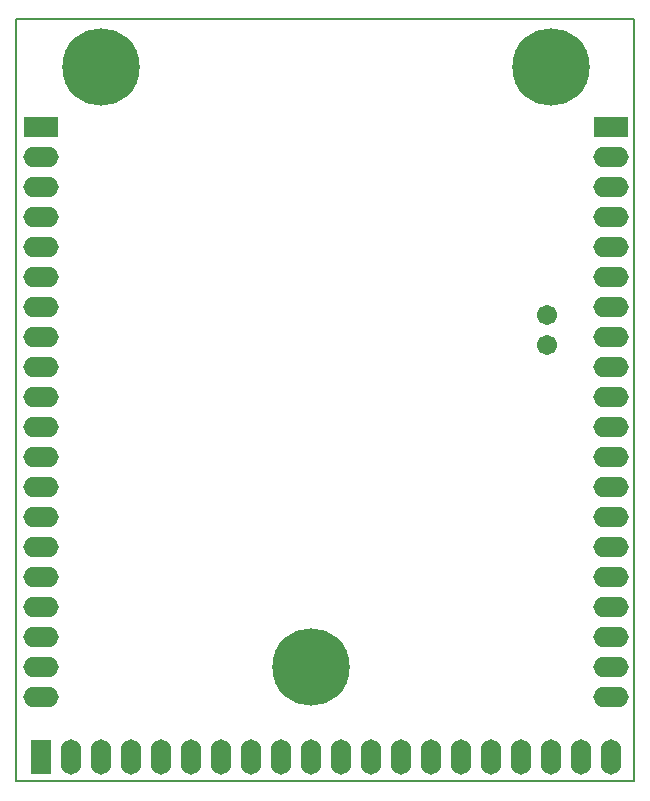
<source format=gbs>
G04*
G04 #@! TF.GenerationSoftware,Altium Limited,Altium Designer,18.0.12 (696)*
G04*
G04 Layer_Color=16711935*
%FSLAX25Y25*%
%MOIN*%
G70*
G01*
G75*
%ADD16C,0.00500*%
%ADD37C,0.06706*%
%ADD38C,0.25800*%
%ADD39R,0.11800X0.06800*%
%ADD40O,0.11800X0.06800*%
%ADD41R,0.06800X0.11800*%
%ADD42O,0.06800X0.11800*%
D16*
X232Y-7D02*
Y253993D01*
X206232D01*
Y-7D02*
Y253993D01*
X232Y-7D02*
X206232D01*
D37*
X177000Y155500D02*
D03*
Y145500D02*
D03*
D38*
X98400Y38200D02*
D03*
X28400Y238200D02*
D03*
X178400D02*
D03*
D39*
X8400Y218200D02*
D03*
X198400D02*
D03*
D40*
X8400Y208200D02*
D03*
Y198200D02*
D03*
Y188200D02*
D03*
Y178200D02*
D03*
Y168200D02*
D03*
Y158200D02*
D03*
Y148200D02*
D03*
Y138200D02*
D03*
Y128200D02*
D03*
Y118200D02*
D03*
Y108200D02*
D03*
Y98200D02*
D03*
Y88200D02*
D03*
Y78200D02*
D03*
Y68200D02*
D03*
Y58200D02*
D03*
Y48200D02*
D03*
Y38200D02*
D03*
Y28200D02*
D03*
X198400Y208200D02*
D03*
Y198200D02*
D03*
Y188200D02*
D03*
Y178200D02*
D03*
Y168200D02*
D03*
Y158200D02*
D03*
Y148200D02*
D03*
Y138200D02*
D03*
Y128200D02*
D03*
Y118200D02*
D03*
Y108200D02*
D03*
Y98200D02*
D03*
Y88200D02*
D03*
Y78200D02*
D03*
Y68200D02*
D03*
Y58200D02*
D03*
Y48200D02*
D03*
Y38200D02*
D03*
Y28200D02*
D03*
D41*
X8400Y8200D02*
D03*
D42*
X18400D02*
D03*
X28400D02*
D03*
X38400D02*
D03*
X48400D02*
D03*
X58400D02*
D03*
X68400D02*
D03*
X78400D02*
D03*
X88400D02*
D03*
X98400D02*
D03*
X108400D02*
D03*
X118400D02*
D03*
X128400D02*
D03*
X138400D02*
D03*
X148400D02*
D03*
X158400D02*
D03*
X168400D02*
D03*
X178400D02*
D03*
X188400D02*
D03*
X198400D02*
D03*
M02*

</source>
